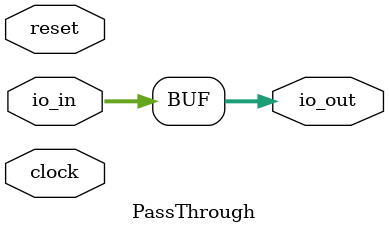
<source format=v>
module PassThrough(
  input        clock,
  input        reset,
  input  [3:0] io_in,
  output [3:0] io_out
);
  assign io_out = io_in; // @[PassThrough.scala 9:10]
endmodule

</source>
